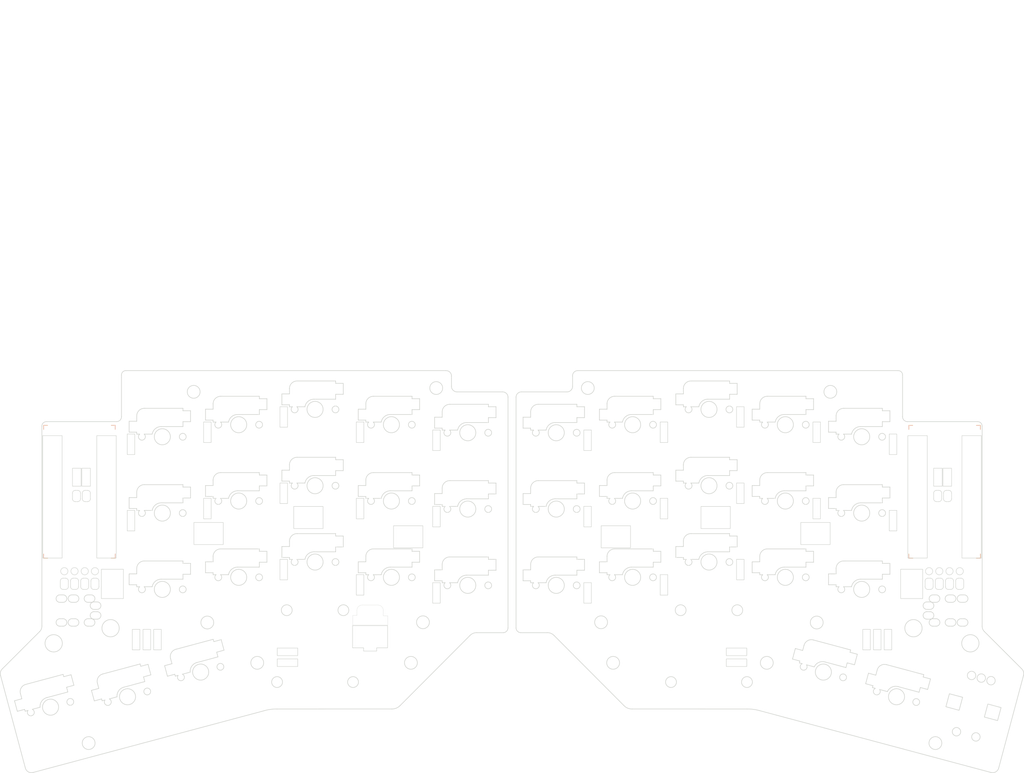
<source format=kicad_pcb>
(kicad_pcb (version 20211014) (generator pcbnew)
  (layers (0 "F.Cu" signal) (31 "B.Cu" signal) (34 "B.Paste" user) (35 "F.Paste" user) (36 "B.SilkS" user "B.Silkscreen") (37 "F.SilkS" user "F.Silkscreen") (38 "B.Mask" user) (39 "F.Mask" user) (44 "Edge.Cuts" user))
  (net 0 "")
  (footprint "jw_custom_footprint:CherryMX_Hotswap_cutout_bottom" (layer "F.Cu") (at 180.44134 103.640481))
  (footprint "jw_custom_footprint:MountingHole_2.7mm_M2.5_cutout" (layer "F.Cu") (at 206.482966 111.825812 180))
  (footprint "jw_custom_footprint:CherryMX_Hotswap_cutout_bottom" (layer "F.Cu") (at 180.44134 84.640881))
  (footprint "jw_custom_footprint:SolderJumper-2_P1.3mm_Open_RoundedPad1.0x1.5mm_dual_side_cutout" (layer "F.Cu") (at 256.345255 83.385519 90))
  (footprint "jw_custom_footprint:RotaryEncoder_Alps_EC11E-Switch_Vertical_H20mm_cutout_bottom" (layer "F.Cu") (at 265.2522 135.966198 -15))
  (footprint "jw_custom_footprint:MountingHole_3.2mm_M3_cutout" (layer "F.Cu") (at 229.642167 57.452637))
  (footprint "jw_custom_footprint:Diode_SOD123_THT_2_cutout_small" (layer "F.Cu") (at 226.23794 86.532681 90))
  (footprint "jw_custom_footprint:CherryMX_Hotswap_cutout_bottom" (layer "F.Cu") (at 35.61488 135.966198 15))
  (footprint "jw_custom_footprint:Diode_SOD123_THT_2_cutout_small" (layer "F.Cu") (at 238.649485 119.134121 -90))
  (footprint "jw_custom_footprint:CherryMX_Hotswap_cutout_bottom" (layer "F.Cu") (at 54.76648 133.3754 15))
  (footprint "jw_custom_footprint:CherryMX_Hotswap_cutout_bottom" (layer "F.Cu") (at 161.44114 67.639881))
  (footprint "jw_custom_footprint:LED_WS2812B_PLCC4_5.0x5.0mm_P3.2mm_double_side_cutout" (layer "F.Cu") (at 249.871774 105.27732 -90))
  (footprint "jw_custom_footprint:CherryMX_Hotswap_cutout_bottom" (layer "F.Cu") (at 139.42594 105.640681))
  (footprint "jw_custom_footprint:CherryMX_Hotswap_cutout_bottom" (layer "F.Cu") (at 161.44114 86.640281))
  (footprint "jw_custom_footprint:Diode_SOD123_THT_2_cutout_small" (layer "F.Cu") (at 188.23834 105.532481 90))
  (footprint "jw_custom_footprint:Diode_SOD123_THT_2_cutout_small" (layer "F.Cu") (at 226.23794 67.532721 90))
  (footprint "jw_custom_footprint:MountingHole_3.2mm_M3_cutout" (layer "F.Cu") (at 226.251212 114.891087))
  (footprint "jw_custom_footprint:MountingHole_4.3mm_M4_cutout" (layer "F.Cu") (at 250.317 116.3066 180))
  (footprint "jw_custom_footprint:Diode_SOD123_THT_2_cutout_small" (layer "F.Cu") (at 245.237638 89.533081 90))
  (footprint "jw_custom_footprint:CherryMX_Hotswap_cutout_bottom" (layer "F.Cu") (at 120.42574 103.640481))
  (footprint "jw_custom_footprint:Diode_SOD123_THT_2_cutout_small" (layer "F.Cu") (at 207.23774 63.722521 90))
  (footprint "jw_custom_footprint:CherryMX_Hotswap_cutout_bottom" (layer "F.Cu") (at 63.426442 87.641081))
  (footprint "jw_custom_footprint:MountingHole_3.2mm_M3_cutout" (layer "F.Cu") (at 172.593767 114.828437))
  (footprint "jw_custom_footprint:OLED_4Pin_cutout" (layer "F.Cu") (at 254.208651 102.117508))
  (footprint "jw_custom_footprint:MountingHole_4.3mm_M4_cutout" (layer "F.Cu") (at 264.476774 120.0658))
  (footprint "jw_custom_footprint:CherryMX_Hotswap_cutout_bottom" (layer "F.Cu") (at 246.1006 133.3754 -15))
  (footprint "jw_custom_footprint:Diode_SOD123_THT_2_cutout_small" (layer "F.Cu") (at 245.237767 70.533637 90))
  (footprint "jw_custom_footprint:CherryMX_Hotswap_cutout_bottom" (layer "F.Cu") (at 82.42614 65.640721))
  (footprint "jw_custom_footprint:CherryMX_Hotswap_cutout_bottom" (layer "F.Cu") (at 199.44074 99.830681))
  (footprint "jw_custom_footprint:CherryMX_Hotswap_cutout_bottom" (layer "F.Cu") (at 72.966306 127.229006 15))
  (footprint "jw_custom_footprint:MountingHole_3.2mm_M3_cutout" (layer "F.Cu") (at 255.778 144.907))
  (footprint "jw_custom_footprint:MountingHole_2.7mm_M2.5_cutout" (layer "F.Cu") (at 189.990966 129.71542 180))
  (footprint "jw_custom_footprint:Diode_SOD123_THT_2_cutout_small" (layer "F.Cu") (at 206.314012 124.899037 180))
  (footprint "jw_custom_footprint:SolderJumper-2_P1.3mm_Open_RoundedPad1.0x1.5mm_dual_side_cutout" (layer "F.Cu") (at 261.828651 105.253435 -90))
  (footprint "jw_custom_footprint:CherryMX_Hotswap_cutout_bottom" (layer "F.Cu") (at 218.44094 65.640721))
  (footprint "jw_custom_footprint:CherryMX_Hotswap_cutout_bottom" (layer "F.Cu") (at 180.44134 65.641281))
  (footprint "jw_custom_footprint:CherryMX_Hotswap_cutout_bottom" (layer "F.Cu") (at 139.42594 67.639881))
  (footprint "jw_custom_footprint:MountingHole_2.7mm_M2.5_cutout" (layer "F.Cu") (at 208.890766 129.71602 180))
  (footprint "jw_custom_footprint:CherryMX_Hotswap_cutout_bottom" (layer "F.Cu") (at 237.440638 68.641281))
  (footprint "jw_custom_footprint:Diode_SOD123_THT_2_cutout_small" (layer "F.Cu") (at 206.314012 122.192124 180))
  (footprint "jw_custom_footprint:CherryMX_Hotswap_cutout_bottom" (layer "F.Cu") (at 139.42594 86.640281))
  (footprint "jw_custom_footprint:ProMicro_jumper_pad_only_cutout_beneath_PCB" (layer "F.Cu") (at 42.80308 82.3361))
  (footprint "jw_custom_footprint:Diode_SOD123_THT_2_cutout_small" (layer "F.Cu") (at 169.23814 107.532681 90))
  (footprint "jw_custom_footprint:LED_WS2812B_PLCC4_5.0x5.0mm_P3.2mm_double_side_cutout" (layer "F.Cu") (at 176.262574 93.545806))
  (footprint "jw_custom_footprint:Diode_SOD123_THT_2_cutout_small" (layer "F.Cu") (at 188.23834 86.532881 90))
  (footprint "jw_custom_footprint:CherryMX_Hotswap_cutout_bottom" (layer "F.Cu") (at 82.42614 84.640681))
  (footprint "jw_custom_footprint:Diode_SOD123_THT_2_cutout_small" (layer "F.Cu") (at 169.23814 88.532281 90))
  (footprint "jw_custom_footprint:CherryMX_Hotswap_cutout_bottom" (layer "F.Cu") (at 120.42574 65.641281))
  (footprint "jw_custom_footprint:Diode_SOD123_THT_2_cutout_small" (layer "F.Cu") (at 241.308154 119.134121 -90))
  (footprint "jw_custom_footprint:R_1206_DoubleSided_cutout" (layer "F.Cu") (at 256.405172 78.716753 -90))
  (footprint "jw_custom_footprint:Diode_SOD123_THT_2_cutout_small" (layer "F.Cu") (at 188.23834 67.533281 90))
  (footprint "jw_custom_footprint:CherryMX_Hotswap_cutout_bottom" (layer "F.Cu") (at 218.44094 103.641081))
  (footprint "jw_custom_footprint:Diode_SOD123_THT_2_cutout_small" (layer "F.Cu") (at 207.23774 101.722681 90))
  (footprint "jw_custom_footprint:Diode_SOD123_THT_2_cutout_small" (layer "F.Cu") (at 169.23814 69.531881 90))
  (footprint "jw_custom_footprint:CherryMX_Hotswap_cutout_bottom" (layer "F.Cu") (at 63.426442 68.641281))
  (footprint "jw_custom_footprint:CherryMX_Hotswap_cutout_bottom" (layer "F.Cu") (at 120.42574 84.640881))
  (footprint "jw_custom_footprint:LED_WS2812B_PLCC4_5.0x5.0mm_P3.2mm_double_side_cutout" (layer "F.Cu") (at 225.935374 92.735806))
  (footprint "jw_custom_footprint:CherryMX_Hotswap_cutout_bottom" (layer "F.Cu") (at 101.42634 99.830681))
  (footprint "jw_custom_footprint:R_1206_DoubleSided_cutout" (layer "F.Cu") (at 258.730272 78.716753 -90))
  (footprint "jw_custom_footprint:MJ-4PP-9_cutout_beneath_PCB" (layer "F.Cu") (at 265.841712 112.784121 -90))
  (footprint "jw_custom_footprint:Diode_SOD123_THT_2_cutout_small" (layer "F.Cu") (at 243.966824 119.134121 -90))
  (footprint "jw_custom_footprint:CherryMX_Hotswap_cutout_bottom" (layer "F.Cu") (at 227.900774 127.229006 -15))
  (footprint "jw_custom_footprint:SolderJumper-2_P1.3mm_Open_RoundedPad1.0x1.5mm_dual_side_cutout" (layer "F.Cu") (at 258.801542 83.385519 90))
  (footprint "jw_custom_footprint:SolderJumper-2_P1.3mm_Open_RoundedPad1.0x1.5mm_dual_side_cutout" (layer "F.Cu") (at 254.208651 105.253435 -90))
  (footprint "jw_custom_footprint:MountingHole_3.2mm_M3_cutout" (layer "F.Cu") (at 213.826456 124.922887))
  (footprint "jw_custom_footprint:CherryMX_Hotswap_cutout_bottom" (layer "F.Cu") (at 237.440638 106.641081))
  (footprint "jw_custom_footprint:CherryMX_Hotswap_cutout_bottom" (layer "F.Cu") (at 218.44094 84.640681))
  (footprint "jw_custom_footprint:Diode_SOD123_THT_2_cutout_small" (layer "F.Cu") (at 207.23774 82.722481 90))
  (footprint "jw_custom_footprint:CherryMX_Hotswap_cutout_bottom" (layer "F.Cu") (at 82.42614 103.641081))
  (footprint "jw_custom_footprint:MountingHole_2.7mm_M2.5_cutout" (layer "F.Cu") (at 192.391455 111.825302 180))
  (footprint "jw_custom_footprint:LED_WS2812B_PLCC4_5.0x5.0mm_P3.2mm_double_side_cutout" (layer "F.Cu") (at 201.098974 88.745206))
  (footprint "jw_custom_footprint:SolderJumper-2_P1.3mm_Open_RoundedPad1.0x1.5mm_dual_side_cutout" (layer "F.Cu") (at 259.288651 105.253435 -90))
  (footprint "jw_custom_footprint:CherryMX_Hotswap_cutout_bottom" (layer "F.Cu") (at 237.440638 87.641081))
  (footprint "jw_custom_footprint:CherryMX_Hotswap_cutout_bottom" (layer "F.Cu") (at 63.426442 106.641081))
  (footprint "jw_custom_footprint:CherryMX_Hotswap_cutout_bottom" (layer "F.Cu") (at 199.44074 61.830521))
  (footprint "jw_custom_footprint:MountingHole_3.2mm_M3_cutout" (layer "F.Cu") (at 175.5902 124.922887))
  (footprint "jw_custom_footprint:MountingHole_3.2mm_M3_cutout" (layer "F.Cu") (at 169.291 56.5108))
  (footprint "jw_custom_footprint:CherryMX_Hotswap_cutout_bottom" (layer "F.Cu") (at 101.42634 61.830521))
  (footprint "jw_custom_footprint:CherryMX_Hotswap_cutout_bottom" (layer "F.Cu") (at 199.44074 80.830481))
  (footprint "jw_custom_footprint:SolderJumper-2_P1.3mm_Open_RoundedPad1.0x1.5mm_dual_side_cutout" (layer "F.Cu") (at 256.748651 105.253435 -90))
  (footprint "jw_custom_footprint:CherryMX_Hotswap_cutout_bottom" (layer "F.Cu") (at 101.42634 80.830481))
  (footprint "jw_custom_footprint:CherryMX_Hotswap_cutout_bottom" (layer "F.Cu") (at 161.44114 105.640681))
  (footprint "jw_custom_footprint:MountingHole_2.7mm_M2.5_cutout" (layer "B.Cu") (at 94.384114 111.825812))
  (footprint "jw_custom_footprint:Diode_SOD123_THT_2_cutout_small" (layer "B.Cu") (at 55.629313 70.533637 90))
  (footprint "jw_custom_footprint:SolderJumper-2_P1.3mm_Open_RoundedPad1.0x1.5mm_dual_side_cutout" (layer "B.Cu") (at 42.065538 83.385519 90))
  (footprint "jw_custom_footprint:Diode_SOD123_THT_2_cutout_small" (layer "B.Cu") (at 74.62914 67.532721 90))
  (footprint "jw_custom_footprint:LED_WS2812B_PLCC4_5.0x5.0mm_P3.2mm_double_side_cutout" (layer "B.Cu") (at 124.604506 93.545806 180))
  (footprint "jw_custom_footprint:Diode_SOD123_THT_2_cutout_small" (layer "B.Cu") (at 131.62894 107.532681 90))
  (footprint "jw_custom_footprint:Diode_SOD123_THT_2_cutout_small" (layer "B.Cu") (at 59.558926 119.134121 -90))
  (footprint "jw_custom_footprint:Diode_SOD123_THT_2_cutout_small" (layer "B.Cu") (at 56.900256 119.134121 -90))
  (footprint "jw_custom_footprint:Diode_SOD123_THT_2_cutout_small" (layer "B.Cu") (at 112.62874 105.532481 90))
  (footprint "jw_custom_footprint:LED_WS2812B_PLCC4_5.0x5.0mm_P3.2mm_double_side_cutout" (layer "B.Cu") (at 50.995306 105.27732 -90))
  (footprint "jw_custom_footprint:MountingHole_4.3mm_M4_cutout" (layer "B.Cu") (at 50.55008 116.3066))
  (footprint "jw_custom_footprint:MountingHole_3.2mm_M3_cutout" (layer "B.Cu") (at 125.27688 124.922887 180))
  (footprint "jw_custom_footprint:SolderJumper-2_P1.3mm_Open_RoundedPad1.0x1.5mm_dual_side_cutout" (layer "B.Cu") (at 41.578429 105.253435 -90))
  (footprint "jw_custom_footprint:Diode_SOD123_THT_2_cutout_small" (layer "B.Cu") (at 93.62934 82.722481 90))
  (footprint "jw_custom_footprint:Diode_SOD123_THT_2_cutout_small" (layer "B.Cu") (at 94.553068 124.899037))
  (footprint "jw_custom_footprint:Diode_SOD123_THT_2_cutout_small" (layer "B.Cu") (at 93.62934 63.722521 90))
  (footprint "jw_custom_footprint:MJ-4PP-9_cutout_beneath_PCB" (layer "B.Cu") (at 35.025368 112.784121 -90))
  (footprint "jw_custom_footprint:Diode_SOD123_THT_2_cutout_small" (layer "B.Cu") (at 112.62874 67.533281 90))
  (footprint "jw_custom_footprint:SolderJumper-2_P1.3mm_Open_RoundedPad1.0x1.5mm_dual_side_cutout" (layer "B.Cu") (at 46.658429 105.253435 -90))
  (footprint "jw_custom_footprint:LED_WS2812B_PLCC4_5.0x5.0mm_P3.2mm_double_side_cutout" (layer "B.Cu") (at 99.768106 88.745206 180))
  (footprint "jw_custom_footprint:Diode_SOD123_THT_2_cutout_small" (layer "B.Cu") (at 62.217595 119.134121 -90))
  (footprint "jw_custom_footprint:Diode_SOD123_THT_2_cutout_small" (layer "B.Cu") (at 131.62894 69.531881 90))
  (footprint "jw_custom_footprint:MountingHole_3.2mm_M3_cutout" (layer "B.Cu") (at 71.224913 57.452637 180))
  (footprint "jw_custom_footprint:TE_0-1734839-5_1x05-1MP_P0.5mm_Horizontal_cutout" (layer "B.Cu") (at 115.12651 119.765646))
  (footprint "jw_custom_footprint:LED_WS2812B_PLCC4_5.0x5.0mm_P3.2mm_double_side_cutout" (layer "B.Cu") (at 74.931706 92.735806 180))
  (footprint "jw_custom_footprint:MountingHole_3.2mm_M3_cutout" (layer "B.Cu") (at 131.57608 56.5108 180))
  (footprint "jw_custom_footprint:OLED_4Pin_cutout" (layer "B.Cu") (at 46.658429 102.117508 180))
  (footprint "jw_custom_footprint:Diode_SOD123_THT_2_cutout_small" (layer "B.Cu") (at 112.62874 86.532881 90))
  (footprint "jw_custom_footprint:MountingHole_2.7mm_M2.5_cutout" (layer "B.Cu") (at 110.876114 129.71542))
  (footprint "jw_custom_footprint:MountingHole_2.7mm_M2.5_cutout" (layer "B.Cu") (at 108.475625 111.825302))
  (footprint "jw_custom_footprint:MountingHole_3.2mm_M3_cutout" (layer "B.Cu") (at 45.08908 144.907 180))
  (footprint "jw_custom_footprint:SolderJumper-2_P1.3mm_Open_RoundedPad1.0x1.5mm_dual_side_cutout" (layer "B.Cu") (at 39.038429 105.253435 -90))
  (footprint "jw_custom_footprint:Diode_SOD123_THT_2_cutout_small" (layer "B.Cu") (at 93.62934 101.722681 90))
  (footprint "jw_custom_footprint:SolderJumper-2_P1.3mm_Open_RoundedPad1.0x1.5mm_dual_side_cutout" (layer "B.Cu") (at 44.521825 83.385519 90))
  (footprint "jw_custom_footprint:Diode_SOD123_THT_2_cutout_small" (layer "B.Cu") (at 131.62894 88.532281 90))
  (footprint "jw_custom_footprint:ProMicro_jumper_pad_only_cutout_beneath_PCB" (layer "B.Cu") (at 258.064 82.3361 180))
  (footprint "jw_custom_footprint:MountingHole_2.7mm_M2.5_cutout" (layer "B.Cu") (at 91.976314 129.71602))
  (footprint "jw_custom_footprint:Diode_SOD123_THT_2_cutout_small" (layer "B.Cu") (at 74.62914 86.532681 90))
  (footprint "jw_custom_footprint:R_1206_DoubleSided_cutout" (layer "B.Cu") (at 42.136808 78.716753 -90))
  (footprint "jw_custom_footprint:Diode_SOD123_THT_2_cutout_small" (layer "B.Cu") (at 55.629442 89.533081 90))
  (footprint "jw_custom_footprint:MountingHole_3.2mm_M3_cutout" (layer "B.Cu") (at 87.040624 124.922887 180))
  (footprint "jw_custom_footprint:SolderJumper-2_P1.3mm_Open_RoundedPad1.0x1.5mm_dual_side_cutout" (layer "B.Cu") (at 44.118429 105.253435 -90))
  (footprint "jw_custom_footprint:MountingHole_4.3mm_M4_cutout" (layer "B.Cu") (at 36.390306 120.0658 180))
  (footprint "jw_custom_footprint:MountingHole_3.2mm_M3_cutout" (layer "B.Cu") (at 74.615868 114.891087 180))
  (footprint "jw_custom_footprint:MountingHole_3.2mm_M3_cutout" (layer "B.Cu") (at 128.273313 114.828437 180))
  (footprint "jw_custom_footprint:Diode_SOD123_THT_2_cutout_small" (layer "B.Cu") (at 94.553068 122.192124))
  (footprint "jw_custom_footprint:R_1206_DoubleSided_cutout" (layer "B.Cu") (at 44.461908 78.716753 -90))
  (gr_arc (start 117.10771 110.550487) (mid 118.005761 110.922449) (end 118.37771 111.820487) (layer "Edge.Cuts") (width 0.05))
  (gr_arc (start 148.098068 57.476121) (mid 149.031812 57.848718) (end 149.43354 58.770316) (layer "Edge.Cuts") (width 0.15))
  (gr_arc (start 151.43354 58.770316) (mid 151.835249 57.848699) (end 152.769012 57.476121) (layer "Edge.Cuts") (width 0.15))
  (gr_line (start 119.507771 115.542432) (end 119.507771 113.205632) (layer "Edge.Cuts") (width 0.05))
  (gr_arc (start 152.564374 117.420006) (mid 151.776368 117.048225) (end 151.43354 116.247206) (layer "Edge.Cuts") (width 0.15))
  (gr_line (start 178.308767 135.600206) (end 160.909767 118.133206) (layer "Edge.Cuts") (width 0.15))
  (gr_arc (start 165.501498 53.527081) (mid 165.857786 52.566566) (end 166.8018 52.168587) (layer "Edge.Cuts") (width 0.15))
  (gr_line (start 111.84991 113.154832) (end 111.84991 111.820487) (layer "Edge.Cuts") (width 0.05))
  (gr_arc (start 88.76374 136.850006) (mid 90.341675 136.518253) (end 91.951313 136.423387) (layer "Edge.Cuts") (width 0.15))
  (gr_arc (start 136.759385 57.476121) (mid 135.77414 57.064466) (end 135.365582 56.077916) (layer "Edge.Cuts") (width 0.15))
  (gr_arc (start 180.340767 136.415387) (mid 179.237998 136.224083) (end 178.308767 135.600206) (layer "Edge.Cuts") (width 0.15))
  (gr_line (start 269.59752 152.2222) (end 212.10334 136.850006) (layer "Edge.Cuts") (width 0.15))
  (gr_line (start 246.477285 52.168791) (end 166.8018 52.168587) (layer "Edge.Cuts") (width 0.15))
  (gr_arc (start 248.817691 64.868455) (mid 247.959846 64.513158) (end 247.604552 63.655316) (layer "Edge.Cuts") (width 0.15))
  (gr_arc (start 122.558313 135.600206) (mid 121.624197 136.211902) (end 120.526313 136.415387) (layer "Edge.Cuts") (width 0.15))
  (gr_arc (start 208.915767 136.423387) (mid 210.525404 136.518265) (end 212.10334 136.850006) (layer "Edge.Cuts") (width 0.15))
  (gr_line (start 148.302706 117.420006) (end 141.676713 117.420006) (layer "Edge.Cuts") (width 0.15))
  (gr_line (start 267.965721 117.1448) (end 277.241 126.4158) (layer "Edge.Cuts") (width 0.15))
  (gr_arc (start 31.26956 152.2222) (mid 30.076877 152.072497) (end 29.343004 151.120503) (layer "Edge.Cuts") (width 0.15))
  (gr_line (start 119.507771 113.205632) (end 118.37771 113.205632) (layer "Edge.Cuts") (width 0.05))
  (gr_line (start 120.526313 136.415387) (end 91.951313 136.423387) (layer "Edge.Cuts") (width 0.15))
  (gr_arc (start 267.965721 117.1448) (mid 267.547878 116.515756) (end 267.41039 115.7732) (layer "Edge.Cuts") (width 0.15))
  (gr_line (start 119.507771 115.542432) (end 110.770171 115.542432) (layer "Edge.Cuts") (width 0.05))
  (gr_line (start 152.769012 57.476121) (end 164.107695 57.476121) (layer "Edge.Cuts") (width 0.15))
  (gr_line (start 247.604552 53.273487) (end 247.604552 63.655316) (layer "Edge.Cuts") (width 0.15))
  (gr_arc (start 266.24199 64.868455) (mid 267.081771 65.199632) (end 267.41039 66.040406) (layer "Edge.Cuts") (width 0.15))
  (gr_line (start 133.934971 52.168587) (end 54.389795 52.168791) (layer "Edge.Cuts") (width 0.15))
  (gr_arc (start 149.43354 116.247206) (mid 149.090697 117.048211) (end 148.302706 117.420006) (layer "Edge.Cuts") (width 0.15))
  (gr_arc (start 159.190367 117.420006) (mid 160.126296 117.592829) (end 160.909767 118.133206) (layer "Edge.Cuts") (width 0.15))
  (gr_line (start 117.10771 110.550487) (end 113.11991 110.550487) (layer "Edge.Cuts") (width 0.05))
  (gr_line (start 88.76374 136.850006) (end 31.26956 152.2222) (layer "Edge.Cuts") (width 0.15))
  (gr_arc (start 33.45669 66.040406) (mid 33.785328 65.199652) (end 34.62509 64.868455) (layer "Edge.Cuts") (width 0.15))
  (gr_line (start 208.915767 136.423387) (end 180.340767 136.415387) (layer "Edge.Cuts") (width 0.15))
  (gr_line (start 159.190367 117.420006) (end 152.564374 117.420006) (layer "Edge.Cuts") (width 0.15))
  (gr_line (start 23.62608 126.4158) (end 32.901359 117.1448) (layer "Edge.Cuts") (width 0.15))
  (gr_arc (start 139.957313 118.133206) (mid 140.740781 117.592821) (end 141.676713 117.420006) (layer "Edge.Cuts") (width 0.15))
  (gr_line (start 271.524076 151.120503) (end 277.6982 128.0668) (layer "Edge.Cuts") (width 0.15))
  (gr_line (start 53.262528 63.655316) (end 53.262528 53.273487) (layer "Edge.Cuts") (width 0.15))
  (gr_line (start 110.770171 115.542432) (end 110.770171 113.154832) (layer "Edge.Cuts") (width 0.05))
  (gr_line (start 135.365582 56.077916) (end 135.365582 53.527081) (layer "Edge.Cuts") (width 0.15))
  (gr_arc (start 271.524076 151.120503) (mid 270.79018 152.072457) (end 269.59752 152.2222) (layer "Edge.Cuts") (width 0.15))
  (gr_arc (start 111.84991 111.820487) (mid 112.221887 110.922458) (end 113.11991 110.550487) (layer "Edge.Cuts") (width 0.05))
  (gr_arc (start 165.501498 56.077916) (mid 165.092967 57.064493) (end 164.107695 57.476121) (layer "Edge.Cuts") (width 0.15))
  (gr_line (start 111.84991 113.154832) (end 110.770171 113.154832) (layer "Edge.Cuts") (width 0.05))
  (gr_arc (start 23.16888 128.0668) (mid 23.169286 127.178106) (end 23.62608 126.4158) (layer "Edge.Cuts") (width 0.15))
  (gr_arc (start 133.934971 52.168587) (mid 134.945888 52.536529) (end 135.365582 53.527081) (layer "Edge.Cuts") (width 0.15))
  (gr_line (start 52.049389 64.868455) (end 34.62509 64.868455) (layer "Edge.Cuts") (width 0.15))
  (gr_arc (start 246.477285 52.168791) (mid 247.27921 52.477977) (end 247.604552 53.273487) (layer "Edge.Cuts") (width 0.15))
  (gr_line (start 23.16888 128.0668) (end 29.343004 151.120503) (layer "Edge.Cuts") (width 0.15))
  (gr_line (start 149.43354 58.770316) (end 149.43354 116.247206) (layer "Edge.Cuts") (width 0.15))
  (gr_arc (start 277.241 126.4158) (mid 277.697781 127.17811) (end 277.6982 128.0668) (layer "Edge.Cuts") (width 0.15))
  (gr_line (start 151.43354 58.770316) (end 151.43354 116.247206) (layer "Edge.Cuts") (width 0.15))
  (gr_line (start 266.24199 64.868455) (end 248.817691 64.868455) (layer "Edge.Cuts") (width 0.15))
  (gr_line (start 33.45669 66.040406) (end 33.45669 115.7732) (layer "Edge.Cuts") (width 0.15))
  (gr_arc (start 53.262528 63.655316) (mid 52.907228 64.513153) (end 52.049389 64.868455) (layer "Edge.Cuts") (width 0.15))
  (gr_line (start 165.501498 53.527081) (end 165.501498 56.077916) (layer "Edge.Cuts") (width 0.15))
  (gr_arc (start 33.45669 115.7732) (mid 33.31921 116.515759) (end 32.901359 117.1448) (layer "Edge.Cuts") (width 0.15))
  (gr_line (start 136.759385 57.476121) (end 148.098068 57.476121) (layer "Edge.Cuts") (width 0.15))
  (gr_line (start 139.957313 118.133206) (end 122.558313 135.600206) (layer "Edge.Cuts") (width 0.15))
  (gr_line (start 118.37771 113.205632) (end 118.37771 111.820487) (layer "Edge.Cuts") (width 0.05))
  (gr_arc (start 53.262528 53.273487) (mid 53.587867 52.477975) (end 54.389795 52.168791) (layer "Edge.Cuts") (width 0.15))
  (gr_line (start 267.41039 115.7732) (end 267.41039 66.040406) (layer "Edge.Cuts") (width 0.15))
)
</source>
